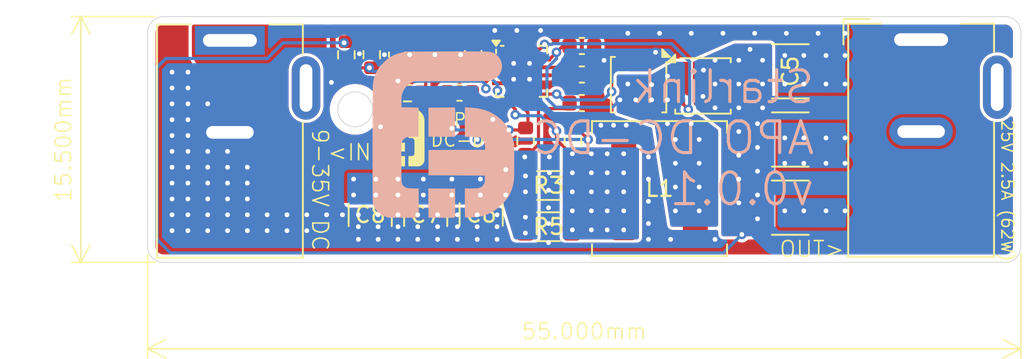
<source format=kicad_pcb>
(kicad_pcb (version 20241229) (generator "pcbnew") (generator_version "9.0")
  (layers (0 "F.Cu" signal) (2 "B.Cu" signal) (13 "F.Paste" user) (15 "B.Paste" user) (5 "F.SilkS" user "F.Silkscreen") (7 "B.SilkS" user "B.Silkscreen") (1 "F.Mask" user) (3 "B.Mask" user) (25 "Edge.Cuts" user))
  (net 0 "")
  (net 1 "GND")
  (net 2 "Net-(U1-BOOT)")
  (net 3 "ISNS+")
  (net 4 "Net-(U1-ISNS–)")
  (net 5 "Net-(Q2-D)")
  (net 6 "Net-(U1-VCC)")
  (net 7 "Net-(U1-COMP)")
  (net 8 "Net-(C12-Pad1)")
  (net 9 "Net-(U1-SS)")
  (net 10 "Net-(Q1-G)")
  (net 11 "Net-(Q2-G)")
  (net 12 "Net-(U1-FB)")
  (net 13 "Net-(U1-RT{slash}CLK)")
  (net 16 "Net-(C1-Pad1)")
  (net 17 "Net-(Q1-D)")
  (net 18 "Net-(U1-VIN)")
  (footprint "kicad:ae_3-5mm" (layer "F.Cu") (at 117.1 74.4)
    (property "Reference" "G***" (hide yes))
    (property "Value" "LOGO" (hide yes))
  )
  (footprint "Connector_BarrelJack:BarrelJack_Wuerth_6941xx301002" (layer "F.Cu") (at 150 68.2)
    (property "Reference" "J2" (hide yes))
    (property "Value" "Barrel_Jack")
    (pad "1" thru_hole rect (at 0 0) (size 4.4 1.8) (drill oval 3.4 0.8) (layers "*.Cu" "*.Mask") (net 17 "Net-(Q1-D)"))
    (pad "2" thru_hole oval (at 0 5.8) (size 4 1.8) (drill oval 3 0.8) (layers "*.Cu" "*.Mask") (net 1 "GND"))
    (pad "3" thru_hole oval (at 4.8 3 90) (size 4 1.8) (drill oval 3 0.8) (layers "*.Cu" "*.Mask"))
  )
  (footprint "Resistor_SMD:R_1206_3216Metric" (layer "F.Cu") (at 126.5 77.4 180)
    (property "Reference" "R3" (at 0 0 0) (layer "F.SilkS"))
    (property "Value" "8mR")
    (pad "1" smd roundrect (at -1.4625 0 180) (size 1.125 1.75) (layers "F.Cu" "F.Mask" "F.Paste") (roundrect_rratio 0.222222) (net 4 "Net-(U1-ISNS–)"))
    (pad "2" smd roundrect (at 1.4625 0 180) (size 1.125 1.75) (layers "F.Cu" "F.Mask" "F.Paste") (roundrect_rratio 0.222222) (net 18 "Net-(U1-VIN)"))
  )
  (footprint "Capacitor_SMD:C_0603_1608Metric" (layer "F.Cu") (at 128.6 70.4)
    (property "Reference" "C10" (hide yes))
    (property "Value" "10uF")
    (pad "1" smd roundrect (at -0.775 0) (size 0.9 0.95) (layers "F.Cu" "F.Mask" "F.Paste") (net 6 "Net-(U1-VCC)"))
    (pad "2" smd roundrect (at 0.775 0) (size 0.9 0.95) (layers "F.Cu" "F.Mask" "F.Paste") (net 1 "GND"))
  )
  (footprint "Package_SON:VSON-8_3.3x3.3mm_P0.65mm_NexFET" (layer "F.Cu") (at 136.24 71.110001)
    (property "Reference" "Q1" (hide yes))
    (property "Value" "CSD16327Q3")
    (pad "1" smd roundrect (at -1.44 -0.97) (size 0.63 0.5) (layers "F.Cu" "F.Mask" "F.Paste") (net 5 "Net-(Q2-D)"))
    (pad "2" smd roundrect (at -1.44 -0.33) (size 0.63 0.5) (layers "F.Cu" "F.Mask" "F.Paste") (net 5 "Net-(Q2-D)"))
    (pad "3" smd roundrect (at -1.44 0.33) (size 0.63 0.5) (layers "F.Cu" "F.Mask" "F.Paste") (net 5 "Net-(Q2-D)"))
    (pad "4" smd roundrect (at -1.44 0.97) (size 0.63 0.5) (layers "F.Cu" "F.Mask" "F.Paste") (net 10 "Net-(Q1-G)"))
    (pad "5" smd custom (at 0.385 0) (size 1.9 2.45) (layers "F.Cu" "F.Mask") (net 17 "Net-(Q1-D)") (options (clearance outline) (anchor rect)) (primitives (gr_poly (pts (xy 1.371 -0.72) (xy 0.95 -0.72) (xy 0.95 -0.58) (xy 1.37 -0.58) (xy 1.37 -0.08) (xy 0.95 -0.08) (xy 0.95 0.08) (xy 1.37 0.08) (xy 1.37 0.58) (xy 0.95 0.58) (xy 0.95 0.72) (xy 1.37 0.72) (xy 1.37 1.225) (xy -0.95 1.225) (xy -0.95 -1.225) (xy 1.371 -1.225)) (width 0) (fill yes))))
  )
  (footprint "Capacitor_SMD:C_0603_1608Metric" (layer "F.Cu") (at 120.883506 71.54835 180)
    (property "Reference" "C1" (hide yes))
    (property "Value" "100pF")
    (pad "1" smd roundrect (at -0.775 0 180) (size 0.9 0.95) (layers "F.Cu" "F.Mask" "F.Paste") (net 16 "Net-(C1-Pad1)"))
    (pad "2" smd roundrect (at 0.775 0 180) (size 0.9 0.95) (layers "F.Cu" "F.Mask" "F.Paste") (net 3 "ISNS+"))
  )
  (footprint "Package_SON:VSON-8_3.3x3.3mm_P0.65mm_NexFET" (layer "F.Cu") (at 132.189999 71.04 -90)
    (property "Reference" "Q2" (hide yes))
    (property "Value" "CSD16327Q3")
    (pad "1" smd roundrect (at -1.44 -0.97 270) (size 0.63 0.5) (layers "F.Cu" "F.Mask" "F.Paste") (net 1 "GND"))
    (pad "2" smd roundrect (at -1.44 -0.33 270) (size 0.63 0.5) (layers "F.Cu" "F.Mask" "F.Paste") (net 1 "GND"))
    (pad "3" smd roundrect (at -1.44 0.33 270) (size 0.63 0.5) (layers "F.Cu" "F.Mask" "F.Paste") (net 1 "GND"))
    (pad "4" smd roundrect (at -1.44 0.97 270) (size 0.63 0.5) (layers "F.Cu" "F.Mask" "F.Paste") (net 11 "Net-(Q2-G)"))
    (pad "5" smd custom (at 0.385 0 270) (size 1.9 2.45) (layers "F.Cu" "F.Mask") (net 5 "Net-(Q2-D)") (options (clearance outline) (anchor rect)) (primitives (gr_poly (pts (xy 1.371 -0.72) (xy 0.95 -0.72) (xy 0.95 -0.58) (xy 1.37 -0.58) (xy 1.37 -0.08) (xy 0.95 -0.08) (xy 0.95 0.08) (xy 1.37 0.08) (xy 1.37 0.58) (xy 0.95 0.58) (xy 0.95 0.72) (xy 1.37 0.72) (xy 1.37 1.225) (xy -0.95 1.225) (xy -0.95 -1.225) (xy 1.371 -1.225)) (width 0) (fill yes))))
  )
  (footprint "Capacitor_SMD:C_0603_1608Metric" (layer "F.Cu") (at 128.6 68.6)
    (property "Reference" "C2" (hide yes))
    (property "Value" "100nF")
    (pad "1" smd roundrect (at -0.775 0) (size 0.9 0.95) (layers "F.Cu" "F.Mask" "F.Paste") (net 5 "Net-(Q2-D)"))
    (pad "2" smd roundrect (at 0.775 0) (size 0.9 0.95) (layers "F.Cu" "F.Mask" "F.Paste") (net 2 "Net-(U1-BOOT)"))
  )
  (footprint "Capacitor_SMD:C_0603_1608Metric" (layer "F.Cu") (at 128.6 72.2)
    (property "Reference" "C9" (hide yes))
    (property "Value" "100nF")
    (pad "1" smd roundrect (at -0.775 0) (size 0.9 0.95) (layers "F.Cu" "F.Mask" "F.Paste") (net 18 "Net-(U1-VIN)"))
    (pad "2" smd roundrect (at 0.775 0) (size 0.9 0.95) (layers "F.Cu" "F.Mask" "F.Paste") (net 1 "GND"))
  )
  (footprint "Capacitor_SMD:C_0603_1608Metric" (layer "F.Cu") (at 116.94516 69.15 90)
    (property "Reference" "C11" (hide yes))
    (property "Value" "270pF")
    (pad "1" smd roundrect (at -0.775 0 90) (size 0.9 0.95) (layers "F.Cu" "F.Mask" "F.Paste") (net 7 "Net-(U1-COMP)"))
    (pad "2" smd roundrect (at 0.775 0 90) (size 0.9 0.95) (layers "F.Cu" "F.Mask" "F.Paste") (net 1 "GND"))
  )
  (footprint "Inductor_SMD:L_Coilcraft_XAL7030-472" (layer "F.Cu") (at 133.5 77.6)
    (property "Reference" "L1" (at 0 0 0) (layer "F.SilkS"))
    (property "Value" "4.7uH")
    (pad "1" smd roundrect (at -2.26 0) (size 1.58 6.5) (layers "F.Cu" "F.Mask" "F.Paste") (roundrect_rratio 0.158228) (net 4 "Net-(U1-ISNS–)"))
    (pad "2" smd roundrect (at 2.26 0) (size 1.58 6.5) (layers "F.Cu" "F.Mask" "F.Paste") (roundrect_rratio 0.158228) (net 5 "Net-(Q2-D)"))
  )
  (footprint "Capacitor_SMD:C_1812_4532Metric" (layer "F.Cu") (at 141.75 78.8)
    (property "Reference" "C4" (hide yes))
    (property "Value" "22uF 50V")
    (pad "1" smd roundrect (at -2.05 0) (size 1.4 3.4) (layers "F.Cu" "F.Mask" "F.Paste") (roundrect_rratio 0.178571) (net 17 "Net-(Q1-D)"))
    (pad "2" smd roundrect (at 2.05 0) (size 1.4 3.4) (layers "F.Cu" "F.Mask" "F.Paste") (roundrect_rratio 0.178571) (net 1 "GND"))
  )
  (footprint "Capacitor_SMD:C_1812_4532Metric" (layer "F.Cu") (at 141.75 70.2)
    (property "Reference" "C5" (at 0 0 90) (layer "F.SilkS"))
    (property "Value" "22uF 50V")
    (pad "1" smd roundrect (at -2.05 0) (size 1.4 3.4) (layers "F.Cu" "F.Mask" "F.Paste") (roundrect_rratio 0.178571) (net 17 "Net-(Q1-D)"))
    (pad "2" smd roundrect (at 2.05 0) (size 1.4 3.4) (layers "F.Cu" "F.Mask" "F.Paste") (roundrect_rratio 0.178571) (net 1 "GND"))
  )
  (footprint "Package_DFN_QFN:WQFN-16-1EP_3x3mm_P0.5mm_EP1.6x1.6mm_ThermalVias" (layer "F.Cu") (at 124.8 70.2)
    (property "Reference" "U1" (hide yes))
    (property "Value" "TPS43061RTE")
    (pad "1" smd roundrect (at -1.4375 -0.75) (size 0.875 0.25) (layers "F.Cu" "F.Mask" "F.Paste") (net 13 "Net-(U1-RT{slash}CLK)"))
    (pad "2" smd roundrect (at -1.4375 -0.25) (size 0.875 0.25) (layers "F.Cu" "F.Mask" "F.Paste") (net 9 "Net-(U1-SS)"))
    (pad "3" smd roundrect (at -1.4375 0.25) (size 0.875 0.25) (layers "F.Cu" "F.Mask" "F.Paste") (net 7 "Net-(U1-COMP)"))
    (pad "4" smd roundrect (at -1.4375 0.75) (size 0.875 0.25) (layers "F.Cu" "F.Mask" "F.Paste") (net 12 "Net-(U1-FB)"))
    (pad "5" smd roundrect (at -0.75 1.4375) (size 0.25 0.875) (layers "F.Cu" "F.Mask" "F.Paste") (net 4 "Net-(U1-ISNS–)"))
    (pad "6" smd roundrect (at -0.25 1.4375) (size 0.25 0.875) (layers "F.Cu" "F.Mask" "F.Paste") (net 3 "ISNS+"))
    (pad "7" smd roundrect (at 0.25 1.4375) (size 0.25 0.875) (layers "F.Cu" "F.Mask" "F.Paste") (net 18 "Net-(U1-VIN)"))
    (pad "8" smd roundrect (at 0.75 1.4375) (size 0.25 0.875) (layers "F.Cu" "F.Mask" "F.Paste") (net 11 "Net-(Q2-G)"))
    (pad "9" smd roundrect (at 1.4375 0.75) (size 0.875 0.25) (layers "F.Cu" "F.Mask" "F.Paste") (net 1 "GND"))
    (pad "10" smd roundrect (at 1.4375 0.25) (size 0.875 0.25) (layers "F.Cu" "F.Mask" "F.Paste") (net 6 "Net-(U1-VCC)"))
    (pad "11" smd roundrect (at 1.4375 -0.25) (size 0.875 0.25) (layers "F.Cu" "F.Mask" "F.Paste") (net 2 "Net-(U1-BOOT)"))
    (pad "12" smd roundrect (at 1.4375 -0.75) (size 0.875 0.25) (layers "F.Cu" "F.Mask" "F.Paste") (net 5 "Net-(Q2-D)"))
    (pad "13" smd roundrect (at 0.75 -1.4375) (size 0.25 0.875) (layers "F.Cu" "F.Mask" "F.Paste") (net 10 "Net-(Q1-G)"))
    (pad "14" smd roundrect (at 0.25 -1.4375) (size 0.25 0.875) (layers "F.Cu" "F.Mask" "F.Paste"))
    (pad "15" smd roundrect (at -0.25 -1.4375) (size 0.25 0.875) (layers "F.Cu" "F.Mask" "F.Paste"))
    (pad "16" smd roundrect (at -0.75 -1.4375) (size 0.25 0.875) (layers "F.Cu" "F.Mask" "F.Paste") (net 1 "GND"))
    (pad "17" thru_hole circle (at -0.5 -0.5) (size 0.6 0.6) (drill 0.3) (property pad_prop_heatsink) (layers "*.Cu") (net 1 "GND"))
    (pad "17" thru_hole circle (at -0.5 0.5) (size 0.6 0.6) (drill 0.3) (property pad_prop_heatsink) (layers "*.Cu") (net 1 "GND"))
    (pad "17" smd rect (at 0 0) (size 1.6 1.6) (property pad_prop_heatsink) (layers "F.Cu" "F.Mask") (net 1 "GND"))
    (pad "17" smd rect (at 0 0) (size 1.6 1.6) (property pad_prop_heatsink) (layers "B.Cu") (net 1 "GND"))
    (pad "17" thru_hole circle (at 0.5 -0.5) (size 0.6 0.6) (drill 0.3) (property pad_prop_heatsink) (layers "*.Cu") (net 1 "GND"))
    (pad "17" thru_hole circle (at 0.5 0.5) (size 0.6 0.6) (drill 0.3) (property pad_prop_heatsink) (layers "*.Cu") (net 1 "GND"))
  )
  (footprint "Resistor_SMD:R_0603_1608Metric" (layer "F.Cu") (at 121.74516 69.15 90)
    (property "Reference" "R8" (hide yes))
    (property "Value" "105kR")
    (pad "1" smd roundrect (at -0.825 0 90) (size 0.8 0.95) (layers "F.Cu" "F.Mask" "F.Paste") (net 13 "Net-(U1-RT{slash}CLK)"))
    (pad "2" smd roundrect (at 0.825 0 90) (size 0.8 0.95) (layers "F.Cu" "F.Mask" "F.Paste") (net 1 "GND"))
  )
  (footprint "Resistor_SMD:R_0603_1608Metric" (layer "F.Cu") (at 113.74516 69.155266 -90)
    (property "Reference" "R4" (hide yes))
    (property "Value" "205kR")
    (pad "1" smd roundrect (at -0.825 0 270) (size 0.8 0.95) (layers "F.Cu" "F.Mask" "F.Paste") (net 17 "Net-(Q1-D)"))
    (pad "2" smd roundrect (at 0.825 0 270) (size 0.8 0.95) (layers "F.Cu" "F.Mask" "F.Paste") (net 12 "Net-(U1-FB)"))
  )
  (footprint "Connector_BarrelJack:BarrelJack_Wuerth_6941xx301002" (layer "F.Cu") (at 106.4 68.25)
    (property "Reference" "J1" (hide yes))
    (property "Value" "Barrel_Jack")
    (pad "1" thru_hole rect (at 0 0) (size 4.4 1.8) (drill oval 3.4 0.8) (layers "*.Cu" "*.Mask") (net 18 "Net-(U1-VIN)"))
    (pad "2" thru_hole oval (at 0 5.8) (size 4 1.8) (drill oval 3 0.8) (layers "*.Cu" "*.Mask") (net 1 "GND"))
    (pad "3" thru_hole oval (at 4.8 3 90) (size 4 1.8) (drill oval 3 0.8) (layers "*.Cu" "*.Mask"))
  )
  (footprint "Capacitor_SMD:C_0603_1608Metric" (layer "F.Cu") (at 118.54516 69.15 90)
    (property "Reference" "C12" (hide yes))
    (property "Value" "2.2nF")
    (pad "1" smd roundrect (at -0.775 0 90) (size 0.9 0.95) (layers "F.Cu" "F.Mask" "F.Paste") (net 8 "Net-(C12-Pad1)"))
    (pad "2" smd roundrect (at 0.775 0 90) (size 0.9 0.95) (layers "F.Cu" "F.Mask" "F.Paste") (net 1 "GND"))
  )
  (footprint "Capacitor_SMD:C_0603_1608Metric" (layer "F.Cu") (at 120.14516 69.15 90)
    (property "Reference" "C13" (hide yes))
    (property "Value" "4.7nF")
    (pad "1" smd roundrect (at -0.775 0 90) (size 0.9 0.95) (layers "F.Cu" "F.Mask" "F.Paste") (net 9 "Net-(U1-SS)"))
    (pad "2" smd roundrect (at 0.775 0 90) (size 0.9 0.95) (layers "F.Cu" "F.Mask" "F.Paste") (net 1 "GND"))
  )
  (footprint "Resistor_SMD:R_0603_1608Metric" (layer "F.Cu") (at 125.05 74.6 -90)
    (property "Reference" "R1" (hide yes))
    (property "Value" "100R")
    (pad "1" smd roundrect (at -0.825 0 270) (size 0.8 0.95) (layers "F.Cu" "F.Mask" "F.Paste") (net 3 "ISNS+"))
    (pad "2" smd roundrect (at 0.825 0 270) (size 0.8 0.95) (layers "F.Cu" "F.Mask" "F.Paste") (net 18 "Net-(U1-VIN)"))
  )
  (footprint "Capacitor_SMD:C_1812_4532Metric" (layer "F.Cu") (at 141.75 74.5)
    (property "Reference" "C3" (hide yes))
    (property "Value" "22uF 50V")
    (pad "1" smd roundrect (at -2.05 0) (size 1.4 3.4) (layers "F.Cu" "F.Mask" "F.Paste") (roundrect_rratio 0.178571) (net 17 "Net-(Q1-D)"))
    (pad "2" smd roundrect (at 2.05 0) (size 1.4 3.4) (layers "F.Cu" "F.Mask" "F.Paste") (roundrect_rratio 0.178571) (net 1 "GND"))
  )
  (footprint "Resistor_SMD:R_0603_1608Metric" (layer "F.Cu") (at 117.6 71.572508)
    (property "Reference" "R7" (hide yes))
    (property "Value" "6.19kR")
    (pad "1" smd roundrect (at -0.825 0) (size 0.8 0.95) (layers "F.Cu" "F.Mask" "F.Paste") (net 7 "Net-(U1-COMP)"))
    (pad "2" smd roundrect (at 0.825 0) (size 0.8 0.95) (layers "F.Cu" "F.Mask" "F.Paste") (net 8 "Net-(C12-Pad1)"))
  )
  (footprint "Capacitor_SMD:C_1210_3225Metric" (layer "F.Cu") (at 115.25 79.25 -90)
    (property "Reference" "C8" (at 0 0 180) (layer "F.SilkS"))
    (property "Value" "10uF")
    (pad "1" smd roundrect (at -1.475001 0 270) (size 1.15 2.7) (layers "F.Cu" "F.Mask" "F.Paste") (roundrect_rratio 0.217391) (net 18 "Net-(U1-VIN)"))
    (pad "2" smd roundrect (at 1.475001 0 270) (size 1.15 2.7) (layers "F.Cu" "F.Mask" "F.Paste") (roundrect_rratio 0.217391) (net 1 "GND"))
  )
  (footprint "Capacitor_SMD:C_1210_3225Metric" (layer "F.Cu") (at 122.25 79.225001 -90)
    (property "Reference" "C6" (at 0 0 180) (layer "F.SilkS"))
    (property "Value" "10uF")
    (pad "1" smd roundrect (at -1.475001 0 270) (size 1.15 2.7) (layers "F.Cu" "F.Mask" "F.Paste") (roundrect_rratio 0.217391) (net 18 "Net-(U1-VIN)"))
    (pad "2" smd roundrect (at 1.475001 0 270) (size 1.15 2.7) (layers "F.Cu" "F.Mask" "F.Paste") (roundrect_rratio 0.217391) (net 1 "GND"))
  )
  (footprint "Resistor_SMD:R_0603_1608Metric" (layer "F.Cu") (at 128.035755 74.6 -90)
    (property "Reference" "R2" (hide yes))
    (property "Value" "100R")
    (pad "1" smd roundrect (at -0.825 0 270) (size 0.8 0.95) (layers "F.Cu" "F.Mask" "F.Paste") (net 16 "Net-(C1-Pad1)"))
    (pad "2" smd roundrect (at 0.825 0 270) (size 0.8 0.95) (layers "F.Cu" "F.Mask" "F.Paste") (net 4 "Net-(U1-ISNS–)"))
  )
  (footprint "Resistor_SMD:R_1206_3216Metric" (layer "F.Cu") (at 126.5 80 180)
    (property "Reference" "R5" (at 0 0 0) (layer "F.SilkS"))
    (property "Value" "8mR")
    (pad "1" smd roundrect (at -1.4625 0 180) (size 1.125 1.75) (layers "F.Cu" "F.Mask" "F.Paste") (roundrect_rratio 0.222222) (net 4 "Net-(U1-ISNS–)"))
    (pad "2" smd roundrect (at 1.4625 0 180) (size 1.125 1.75) (layers "F.Cu" "F.Mask" "F.Paste") (roundrect_rratio 0.222222) (net 18 "Net-(U1-VIN)"))
  )
  (footprint "Capacitor_SMD:C_1210_3225Metric" (layer "F.Cu") (at 118.75 79.25 -90)
    (property "Reference" "C7" (at 0 0 180) (layer "F.SilkS"))
    (property "Value" "10uF")
    (pad "1" smd roundrect (at -1.475001 0 270) (size 1.15 2.7) (layers "F.Cu" "F.Mask" "F.Paste") (roundrect_rratio 0.217391) (net 18 "Net-(U1-VIN)"))
    (pad "2" smd roundrect (at 1.475001 0 270) (size 1.15 2.7) (layers "F.Cu" "F.Mask" "F.Paste") (roundrect_rratio 0.217391) (net 1 "GND"))
  )
  (footprint "Resistor_SMD:R_0603_1608Metric" (layer "F.Cu") (at 115.34516 69.15 90)
    (property "Reference" "R6" (hide yes))
    (property "Value" "11kR")
    (pad "1" smd roundrect (at -0.825 0 90) (size 0.8 0.95) (layers "F.Cu" "F.Mask" "F.Paste") (net 12 "Net-(U1-FB)"))
    (pad "2" smd roundrect (at 0.825 0 90) (size 0.8 0.95) (layers "F.Cu" "F.Mask" "F.Paste") (net 1 "GND"))
  )
  (footprint "kicad:ae_10mm" (layer "B.Cu") (at 119.905497 74.309832 180)
    (property "Reference" "G***" (hide yes))
    (property "Value" "LOGO" (hide yes))
  )
  (gr_line (start 156.292437 81.250054) (end 156.292437 67.750054) (stroke (width 0.05)) (layer "Edge.Cuts"))
  (gr_arc (start 155.292437 66.750054) (mid 155.999544 67.042947) (end 156.292437 67.750054) (stroke (width 0.05)) (layer "Edge.Cuts"))
  (gr_arc (start 156.292437 81.250054) (mid 155.999544 81.957161) (end 155.292437 82.250054) (stroke (width 0.05)) (layer "Edge.Cuts"))
  (gr_arc (start 101.208846 67.75) (mid 101.501739 67.042893) (end 102.208846 66.75) (stroke (width 0.05)) (layer "Edge.Cuts"))
  (gr_line (start 101.207107 81.250156) (end 101.208846 67.75) (stroke (width 0.05)) (layer "Edge.Cuts"))
  (gr_arc (start 102.207107 82.250156) (mid 101.5 81.957263) (end 101.207107 81.250156) (stroke (width 0.05)) (layer "Edge.Cuts"))
  (gr_line (start 155.2924 66.750054) (end 102.208846 66.75) (stroke (width 0.05)) (layer "Edge.Cuts"))
  (gr_circle (center 114.3 72.6) (end 115.4 72.6) (stroke (width 0.05)) (fill no) (layer "Edge.Cuts"))
  (gr_line (start 102.207107 82.250156) (end 155.292437 82.25) (stroke (width 0.05)) (layer "Edge.Cuts"))
  (gr_text "SAPO\nDC-DC\nv0.0.1" (at 119 76.3 0) (layer "F.SilkS") (effects (font (size 0.8 0.8) (thickness 0.1)) (justify left bottom)))
  (gr_text "OUT>" (at 141 82 0) (layer "F.SilkS") (effects (font (size 1 1) (thickness 0.1)) (justify left bottom)))
  (gr_text "9-35V DC" (at 111.5 73.75 270) (layer "F.SilkS") (effects (font (size 1 1) (thickness 0.1)) (justify left bottom)))
  (gr_text "25V 2.5A (62W)" (at 155 73.2 270) (layer "F.SilkS") (effects (font (size 0.75 0.75) (thickness 0.1)) (justify left bottom)))
  (gr_text "<IN" (at 112.5 75.9 0) (layer "F.SilkS") (effects (font (size 1 1) (thickness 0.1)) (justify left bottom)))
  (gr_text "Starlink\nAPO DC-DC\nv0.0.1" (at 143.4 78.8 0) (layer "B.SilkS") (effects (font (size 2 2) (thickness 0.2)) (justify left bottom mirror)))
  (dimension (type orthogonal) (layer "F.SilkS") (pts (xy 102.208846 66.750047) (xy 102.207107 82.250156)) (height -5.208846) (orientation 1) (format (prefix "") (suffix "") (units 3) (units_format 0) (precision 4) (override_value "15.500mm") (suppress_zeroes yes)) (style (thickness 0.1) (arrow_length 1.27) (text_position_mode 0) (arrow_direction outward) (extension_height 0.58642) (extension_offset 0.5) (keep_text_aligned yes)) (gr_text "15.500mm" (at 95.9 74.500102 90) (layer "F.SilkS") (effects (font (size 1 1) (thickness 0.1)))))
  (dimension (type orthogonal) (layer "F.SilkS") (pts (xy 101.207107 81.250156) (xy 156.292437 81.250054)) (height 6.449844) (orientation 0) (format (prefix "") (suffix "") (units 3) (units_format 0) (precision 4) (override_value "55.000mm") (suppress_zeroes yes)) (style (thickness 0.1) (arrow_length 1.27) (text_position_mode 0) (arrow_direction outward) (extension_height 0.58642) (extension_offset 0.5) (keep_text_aligned yes)) (gr_text "55.000mm" (at 128.749772 86.6 0) (layer "F.SilkS") (effects (font (size 1 1) (thickness 0.1)))))
  (via (at 103.75 77.25) (size 0.6) (drill 0.3) (layers "F.Cu" "B.Cu") (net 1))
  (via (at 102.75 80.25) (size 0.6) (drill 0.3) (layers "F.Cu" "B.Cu") (net 1))
  (via (at 102.75 75.25) (size 0.6) (drill 0.3) (layers "F.Cu" "B.Cu") (net 1))
  (via (at 114.5 79.25) (size 0.6) (drill 0.3) (layers "F.Cu" "B.Cu") (net 1))
  (via (at 112.5 79.25) (size 0.6) (drill 0.3) (layers "F.Cu" "B.Cu") (net 1))
  (via (at 145.2 76) (size 0.6) (drill 0.3) (layers "F.Cu" "B.Cu") (net 1))
  (via (at 119.5 79.25) (size 0.6) (drill 0.3) (layers "F.Cu" "B.Cu") (net 1))
  (via (at 114.5 80.8) (size 0.6) (drill 0.3) (layers "F.Cu" "B.Cu") (net 1))
  (via (at 142.6 69.2) (size 0.6) (drill 0.3) (layers "F.Cu" "B.Cu") (net 1))
  (via (at 144 79) (size 0.6) (drill 0.3) (layers "F.Cu" "B.Cu") (net 1))
  (via (at 103.75 72.25) (size 0.6) (drill 0.3) (layers "F.Cu" "B.Cu") (net 1))
  (via (at 102.75 79.25) (size 0.6) (drill 0.3) (layers "F.Cu" "B.Cu") (net 1))
  (via (at 105 77.25) (size 0.6) (drill 0.3) (layers "F.Cu" "B.Cu") (net 1))
  (via (at 117 80.8) (size 0.6) (drill 0.3) (layers "F.Cu" "B.Cu") (net 1))
  (via (at 137 80.8) (size 0.6) (drill 0.3) (layers "F.Cu" "B.Cu") (net 1))
  (via (at 103.75 79.25) (size 0.6) (drill 0.3) (layers "F.Cu" "B.Cu") (net 1))
  (via (at 130.001478 69.509109) (size 0.6) (drill 0.3) (layers "F.Cu" "B.Cu") (net 1))
  (via (at 126.552242 76.6) (size 0.6) (drill 0.3) (layers "F.Cu" "B.Cu") (net 1))
  (via (at 122.983846 73.239216) (size 0.6) (drill 0.3) (layers "F.Cu" "B.Cu") (net 1))
  (via (at 133.25 69) (size 0.6) (drill 0.3) (layers "F.Cu" "B.Cu") (net 1))
  (via (at 114.568992 69.090857) (size 0.6) (drill 0.3) (layers "F.Cu" "B.Cu") (net 1))
  (via (at 126 67.622163) (size 0.6) (drill 0.3) (layers "F.Cu" "B.Cu") (net 1))
  (via (at 103.75 73.25) (size 0.6) (drill 0.3) (layers "F.Cu" "B.Cu") (net 1))
  (via (at 102.75 73.25) (size 0.6) (drill 0.3) (layers "F.Cu" "B.Cu") (net 1))
  (via (at 105 75.25) (size 0.6) (drill 0.3) (layers "F.Cu" "B.Cu") (net 1))
  (via (at 137.5 67.8) (size 0.6) (drill 0.3) (layers "F.Cu" "B.Cu") (net 1))
  (via (at 103.75 78.25) (size 0.6) (drill 0.3) (layers "F.Cu" "B.Cu") (net 1))
  (via (at 117 79.25) (size 0.6) (drill 0.3) (layers "F.Cu" "B.Cu") (net 1))
  (via (at 143.5 67.8) (size 0.6) (drill 0.3) (layers "F.Cu" "B.Cu") (net 1))
  (via (at 145.2 71) (size 0.6) (drill 0.3) (layers "F.Cu" "B.Cu") (net 1))
  (via (at 105 72.25) (size 0.6) (drill 0.3) (layers "F.Cu" "B.Cu") (net 1))
  (via (at 107.5 77.25) (size 0.6) (drill 0.3) (layers "F.Cu" "B.Cu") (net 1))
  (via (at 134.2 80.8) (size 0.6) (drill 0.3) (layers "F.Cu" "B.Cu") (net 1))
  (via (at 117.737651 69.15) (size 0.6) (drill 0.3) (layers "F.Cu" "B.Cu") (net 1))
  (via (at 126.5 79.8) (size 0.6) (drill 0.3) (layers "F.Cu" "B.Cu") (net 1))
  (via (at 103.75 71.25) (size 0.6) (drill 0.3) (layers "F.Cu" "B.Cu") (net 1))
  (via (at 105 78.25) (size 0.6) (drill 0.3) (layers "F.Cu" "B.Cu") (net 1))
  (via (at 130.6 73.6) (size 0.6) (drill 0.3) (layers "F.Cu" "B.Cu") (net 1))
  (via (at 144 69.2) (size 0.6) (drill 0.3) (layers "F.Cu" "B.Cu") (net 1))
  (via (at 141.4 76) (size 0.6) (drill 0.3) (layers "F.Cu" "B.Cu") (net 1))
  (via (at 141.4 71) (size 0.6) (drill 0.3) (layers "F.Cu" "B.Cu") (net 1))
  (via (at 142.6 79) (size 0.6) (drill 0.3) (layers "F.Cu" "B.Cu") (net 1))
  (via (at 122 80) (size 0.6) (drill 0.3) (layers "F.Cu" "B.Cu") (net 1))
  (via (at 123.10565 67.622163) (size 0.6) (drill 0.3) (layers "F.Cu" "B.Cu") (net 1))
  (via (at 123.25 80) (size 0.6) (drill 0.3) (layers "F.Cu" "B.Cu") (net 1))
  (via (at 115.75 79.25) (size 0.6) (drill 0.3) (layers "F.Cu" "B.Cu") (net 1))
  (via (at 106.25 78.25) (size 0.6) (drill 0.3) (layers "F.Cu" "B.Cu") (net 1))
  (via (at 105 76.25) (size 0.6) (drill 0.3) (layers "F.Cu" "B.Cu") (net 1))
  (via (at 110 80.25) (size 0.6) (drill 0.3) (layers "F.Cu" "B.Cu") (net 1))
  (via (at 142.6 74.4) (size 0.6) (drill 0.3) (layers "F.Cu" "B.Cu") (net 1))
  (via (at 119.5 80) (size 0.6) (drill 0.3) (layers "F.Cu" "B.Cu") (net 1))
  (via (at 145.2 74.4) (size 0.6) (drill 0.3) (layers "F.Cu" "B.Cu") (net 1))
  (via (at 116.147643 69.15) (size 0.6) (drill 0.3) (layers "F.Cu" "B.Cu") (net 1))
  (via (at 133.5 67.8) (size 0.6) (drill 0.3) (layers "F.Cu" "B.Cu") (net 1))
  (via (at 106.25 75.25) (size 0.6) (drill 0.3) (layers "F.Cu" "B.Cu") (net 1))
  (via (at 131.5 67.8) (size 0.6) (drill 0.3) (layers "F.Cu" "B.Cu") (net 1))
  (via (at 106.25 80.25) (size 0.6) (drill 0.3) (layers "F.Cu" "B.Cu") (net 1))
  (via (at 141.4 79) (size 0.6) (drill 0.3) (layers "F.Cu" "B.Cu") (net 1))
  (via (at 122 79.25) (size 0.6) (drill 0.3) (layers "F.Cu" "B.Cu") (net 1))
  (via (at 102.75 77.25) (size 0.6) (drill 0.3) (layers "F.Cu" "B.Cu") (net 1))
  (via (at 115.9 73.7) (size 0.6) (drill 0.3) (layers "F.Cu" "B.Cu") (net 1))
  (via (at 113.5 79.25) (size 0.6) (drill 0.3) (layers "F.Cu" "B.Cu") (net 1))
  (via (at 145.2 69.2) (size 0.6) (drill 0.3) (layers "F.Cu" "B.Cu") (net 1))
  (via (at 103.75 75.25) (size 0.6) (drill 0.3) (layers "F.Cu" "B.Cu") (net 1))
  (via (at 114.5 80) (size 0.6) (drill 0.3) (layers "F.Cu" "B.Cu") (net 1))
  (via (at 108.75 79.25) (size 0.6) (drill 0.3) (layers "F.Cu" "B.Cu") (net 1))
  (via (at 106.25 77.25) (size 0.6) (drill 0.3) (layers "F.Cu" "B.Cu") (net 1))
  (via (at 145.2 79) (size 0.6) (drill 0.3) (layers "F.Cu" "B.Cu") (net 1))
  (via (at 105 80.25) (size 0.6) (drill 0.3) (layers "F.Cu" "B.Cu") (net 1))
  (via (at 135.5 67.8) (size 0.6) (drill 0.3) (layers "F.Cu" "B.Cu") (net 1))
  (via (at 126.5 81) (size 0.6) (drill 0.3) (layers "F.Cu" "B.Cu") (net 1))
  (via (at 107.5 79.25) (size 0.6) (drill 0.3) (layers "F.Cu" "B.Cu") (net 1))
  (via (at 119.5 80.8) (size 0.6) (drill 0.3) (layers "F.Cu" "B.Cu") (net 1))
  (via (at 115.75 80.8) (size 0.6) (drill 0.3) (layers "F.Cu" "B.Cu") (net 1))
  (via (at 102.75 71.25) (size 0.6) (drill 0.3) (layers "F.Cu" "B.Cu") (net 1))
  (via (at 112.8 70.9) (size 0.6) (drill 0.3) (layers "F.Cu" "B.Cu") (net 1))
  (via (at 115.75 80) (size 0.6) (drill 0.3) (layers "F.Cu" "B.Cu") (net 1))
  (via (at 144 71) (size 0.6) (drill 0.3) (layers "F.Cu" "B.Cu") (net 1))
  (via (at 126.5 77.7) (size 0.6) (drill 0.3) (layers "F.Cu" "B.Cu") (net 1))
  (via (at 103.75 74.25) (size 0.6) (drill 0.3) (layers "F.Cu" "B.Cu") (net 1))
  (via (at 129.8 73.6) (size 0.6) (drill 0.3) (layers "F.Cu" "B.Cu") (net 1))
  (via (at 120.95174 69.15) (size 0.6) (drill 0.3) (layers "F.Cu" "B.Cu") (net 1))
  (via (at 120.75 79.25) (size 0.6) (drill 0.3) (layers "F.Cu" "B.Cu") (net 1))
  (via (at 123.25 80.8) (size 0.6) (drill 0.3) (layers "F.Cu" "B.Cu") (net 1))
  (via (at 103.75 80.25) (size 0.6) (drill 0.3) (layers "F.Cu" "B.Cu") (net 1))
  (via (at 118.25 80) (size 0.6) (drill 0.3) (layers "F.Cu" "B.Cu") (net 1))
  (via (at 139.5 67.8) (size 0.6) (drill 0.3) (layers "F.Cu" "B.Cu") (net 1))
  (via (at 142.6 76) (size 0.6) (drill 0.3) (layers "F.Cu" "B.Cu") (net 1))
  (via (at 141.5 67.8) (size 0.6) (drill 0.3) (layers "F.Cu" "B.Cu") (net 1))
  (via (at 106.25 76.25) (size 0.6) (drill 0.3) (layers "F.Cu" "B.Cu") (net 1))
  (via (at 120.75 80) (size 0.6) (drill 0.3) (layers "F.Cu" "B.Cu") (net 1))
  (via (at 102.75 74.25) (size 0.6) (drill 0.3) (layers "F.Cu" "B.Cu") (net 1))
  (via (at 105 79.25) (size 0.6) (drill 0.3) (layers "F.Cu" "B.Cu") (net 1))
  (via (at 102.75 78.25) (size 0.6) (drill 0.3) (layers "F.Cu" "B.Cu") (net 1))
  (via (at 111.25 79.25) (size 0.6) (drill 0.3) (layers "F.Cu" "B.Cu") (net 1))
  (via (at 102.75 76.25) (size 0.6) (drill 0.3) (layers "F.Cu" "B.Cu") (net 1))
  (via (at 132.8 79.8) (size 0.6) (drill 0.3) (layers "F.Cu" "B.Cu") (net 1))
  (via (at 103.75 76.25) (size 0.6) (drill 0.3) (layers "F.Cu" "B.Cu") (net 1))
  (via (at 102.75 70.25) (size 0.6) (drill 0.3) (layers "F.Cu" "B.Cu") (net 1))
  (via (at 132.8 77) (size 0.6) (drill 0.3) (layers "F.Cu" "B.Cu") (net 1))
  (via (at 141.4 69.2) (size 0.6) (drill 0.3) (layers "F.Cu" "B.Cu") (net 1))
  (via (at 123.25 79.25) (size 0.6) (drill 0.3) (layers "F.Cu" "B.Cu") (net 1))
  (via (at 107.5 76.25) (size 0.6) (drill 0.3) (layers "F.Cu" "B.Cu") (net 1))
  (via (at 118.25 80.8) (size 0.6) (drill 0.3) (layers "F.Cu" "B.Cu") (net 1))
  (via (at 106.25 79.25) (size 0.6) (drill 0.3) (layers "F.Cu" "B.Cu") (net 1))
  (via (at 102.75 72.25) (size 0.6) (drill 0.3) (layers "F.Cu" "B.Cu") (net 1))
  (via (at 144 74.4) (size 0.6) (drill 0.3) (layers "F.Cu" "B.Cu") (net 1))
  (via (at 132.8 78.4) (size 0.6) (drill 0.3) (layers "F.Cu" "B.Cu") (net 1))
  (via (at 120.75 80.8) (size 0.6) (drill 0.3) (layers "F.Cu" "B.Cu") (net 1))
  (via (at 107.5 78.25) (size 0.6) (drill 0.3) (layers "F.Cu" "B.Cu") (net 1))
  (via (at 141.4 74.4) (size 0.6) (drill 0.3) (layers "F.Cu" "B.Cu") (net 1))
  (via (at 122 80.8) (size 0.6) (drill 0.3) (layers "F.Cu" "B.Cu") (net 1))
  (via (at 132.8 75.6) (size 0.6) (drill 0.3) (layers "F.Cu" "B.Cu") (net 1))
  (via (at 124.5 67.622163) (size 0.6) (drill 0.3) (layers "F.Cu" "B.Cu") (net 1))
  (via (at 132.8 80.8) (size 0.6) (drill 0.3) (layers "F.Cu" "B.Cu") (net 1))
  (via (at 103.75 70.25) (size 0.6) (drill 0.3) (layers "F.Cu" "B.Cu") (net 1))
  (via (at 144 76) (size 0.6) (drill 0.3) (layers "F.Cu" "B.Cu") (net 1))
  (via (at 131.4 73.6) (size 0.6) (drill 0.3) (layers "F.Cu" "B.Cu") (net 1))
  (via (at 118.25 79.25) (size 0.6) (drill 0.3) (layers "F.Cu" "B.Cu") (net 1))
  (via (at 126.552242 75.6) (size 0.6) (drill 0.3) (layers "F.Cu" "B.Cu") (net 1))
  (via (at 126.5 78.8) (size 0.6) (drill 0.3) (layers "F.Cu" "B.Cu") (net 1))
  (via (at 107.5 80.25) (size 0.6) (drill 0.3) (layers "F.Cu" "B.Cu") (net 1))
  (via (at 142.6 71) (size 0.6) (drill 0.3) (layers "F.Cu" "B.Cu") (net 1))
  (via (at 117 80) (size 0.6) (drill 0.3) (layers "F.Cu" "B.Cu") (net 1))
  (via (at 145.2 67.8) (size 0.6) (drill 0.3) (layers "F.Cu" "B.Cu") (net 1))
  (via (at 111.25 80.25) (size 0.6) (drill 0.3) (layers "F.Cu" "B.Cu") (net 1))
  (via (at 108.75 80.25) (size 0.6) (drill 0.3) (layers "F.Cu" "B.Cu") (net 1))
  (via (at 119.32766 69.15) (size 0.6) (drill 0.3) (layers "F.Cu" "B.Cu") (net 1))
  (via (at 110 79.25) (size 0.6) (drill 0.3) (layers "F.Cu" "B.Cu") (net 1))
  (segment (start 127.05 69.95) (end 127.4 69.6) (width 0.2) (layer "F.Cu") (net 2))
  (segment (start 127.4 69.6) (end 128.375 69.6) (width 0.2) (layer "F.Cu") (net 2))
  (segment (start 126.2375 69.95) (end 127.05 69.95) (width 0.2) (layer "F.Cu") (net 2))
  (segment (start 128.375 69.6) (end 129.375 68.6) (width 0.2) (layer "F.Cu") (net 2))
  (segment (start 125.2 73.625) (end 125.2 72.8) (width 0.2) (layer "F.Cu") (net 3))
  (segment (start 120.425 73.775) (end 120.425 71.864844) (width 0.2) (layer "F.Cu") (net 3))
  (segment (start 124 73.9) (end 124.975 73.9) (width 0.2) (layer "F.Cu") (net 3))
  (segment (start 125.2 72.8) (end 124.55 72.15) (width 0.2) (layer "F.Cu") (net 3))
  (segment (start 124.55 72.15) (end 124.55 71.6375) (width 0.2) (layer "F.Cu") (net 3))
  (segment (start 120.4 73.8) (end 120.425 73.775) (width 0.2) (layer "F.Cu") (net 3))
  (via (at 120.4 73.8) (size 0.6) (drill 0.3) (layers "F.Cu" "B.Cu") (net 3))
  (via (at 124 73.9) (size 0.6) (drill 0.3) (layers "F.Cu" "B.Cu") (net 3))
  (segment (start 123.999 73.899) (end 124 73.9) (width 0.2) (layer "B.Cu") (net 3))
  (segment (start 120.501 73.899) (end 123.999 73.899) (width 0.2) (layer "B.Cu") (net 3))
  (segment (start 120.402 73.8) (end 120.501 73.899) (width 0.2) (layer "B.Cu") (net 3))
  (segment (start 120.4 73.8) (end 120.402 73.8) (width 0.2) (layer "B.Cu") (net 3))
  (segment (start 124.05 72.25) (end 124.05 71.6375) (width 0.2) (layer "F.Cu") (net 4))
  (segment (start 124.4 72.6) (end 124.05 72.25) (width 0.2) (layer "F.Cu") (net 4))
  (segment (start 124.4 72.94) (end 124.4 72.6) (width 0.2) (layer "F.Cu") (net 4))
  (segment (start 127 74.5) (end 128 75.5) (width 0.2) (layer "F.Cu") (net 4))
  (segment (start 127 73.96) (end 127 74.5) (width 0.2) (layer "F.Cu") (net 4))
  (via (at 131.24 80.2) (size 0.6) (drill 0.3) (layers "F.Cu" "B.Cu") (net 4))
  (via (at 130.2 80.2) (size 0.6) (drill 0.3) (layers "F.Cu" "B.Cu") (net 4))
  (via (at 124.4 72.94) (size 0.6) (drill 0.3) (layers "F.Cu" "B.Cu") (net 4))
  (via (at 127 73.96) (size 0.6) (drill 0.3) (layers "F.Cu" "B.Cu") (net 4))
  (via (at 131.24 79) (size 0.6) (drill 0.3) (layers "F.Cu" "B.Cu") (net 4))
  (via (at 128 80.2) (size 0.6) (drill 0.3) (layers "F.Cu" "B.Cu") (net 4))
  (via (at 128 75.4) (size 0.6) (drill 0.3) (layers "F.Cu" "B.Cu") (net 4))
  (via (at 129.2 76.6) (size 0.6) (drill 0.3) (layers "F.Cu" "B.Cu") (net 4))
  (via (at 131.24 76.6) (size 0.6) (drill 0.3) (layers "F.Cu" "B.Cu") (net 4))
  (via (at 128 76.6) (size 0.6) (drill 0.3) (layers "F.Cu" "B.Cu") (net 4))
  (via (at 131.24 75.4) (size 0.6) (drill 0.3) (layers "F.Cu" "B.Cu") (net 4))
  (via (at 130.2 76.6) (size 0.6) (drill 0.3) (layers "F.Cu" "B.Cu") (net 4))
  (via (at 129.2 80.2) (size 0.6) (drill 0.3) (layers "F.Cu" "B.Cu") (net 4))
  (via (at 128 77.8) (size 0.6) (drill 0.3) (layers "F.Cu" "B.Cu") (net 4))
  (via (at 130.2 79) (size 0.6) (drill 0.3) (layers "F.Cu" "B.Cu") (net 4))
  (via (at 129.2 79) (size 0.6) (drill 0.3) (layers "F.Cu" "B.Cu") (net 4))
  (via (at 130.2 77.8) (size 0.6) (drill 0.3) (layers "F.Cu" "B.Cu") (net 4))
  (via (at 131.24 77.8) (size 0.6) (drill 0.3) (layers "F.Cu" "B.Cu") (net 4))
  (via (at 129.2 77.8) (size 0.6) (drill 0.3) (layers "F.Cu" "B.Cu") (net 4))
  (via (at 128 79) (size 0.6) (drill 0.3) (layers "F.Cu" "B.Cu") (net 4))
  (via (at 130.2 75.4) (size 0.6) (drill 0.3) (layers "F.Cu" "B.Cu") (net 4))
  (via (at 129.2 75.4) (size 0.6) (drill 0.3) (layers "F.Cu" "B.Cu") (net 4))
  (segment (start 126.963755 73.96) (end 127 73.96) (width 0.2) (layer "B.Cu") (net 4))
  (segment (start 124.4 72.94) (end 124.681838 72.94) (width 0.2) (layer "B.Cu") (net 4))
  (segment (start 124.741838 73) (end 126.003755 73) (width 0.2) (layer "B.Cu") (net 4))
  (segment (start 126.003755 73) (end 126.963755 73.96) (width 0.2) (layer "B.Cu") (net 4))
  (segment (start 124.681838 72.94) (end 124.741838 73) (width 0.2) (layer "B.Cu") (net 4))
  (segment (start 127.4 68.6) (end 127.825 68.6) (width 0.2) (layer "F.Cu") (net 5))
  (segment (start 126.55 69.45) (end 127.4 68.6) (width 0.2) (layer "F.Cu") (net 5))
  (segment (start 126.2375 69.45) (end 126.55 69.45) (width 0.2) (layer "F.Cu") (net 5))
  (via (at 134 70.5) (size 0.6) (drill 0.3) (layers "F.Cu" "B.Cu") (net 5))
  (via (at 133 71.04) (size 0.6) (drill 0.3) (layers "F.Cu" "B.Cu") (net 5))
  (via (at 131.5 71) (size 0.6) (drill 0.3) (layers "F.Cu" "B.Cu") (net 5))
  (via (at 134 73.5) (size 0.6) (drill 0.3) (layers "F.Cu" "B.Cu") (net 5))
  (via (at 134.5 76) (size 0.6) (drill 0.3) (layers "F.Cu" "B.Cu") (net 5))
  (via (at 134.5 77.5) (size 0.6) (drill 0.3) (layers "F.Cu" "B.Cu") (net 5))
  (via (at 132 72) (size 0.6) (drill 0.3) (layers "F.Cu" "B.Cu") (net 5))
  (via (at 136 77.5) (size 0.6) (drill 0.3) (layers "F.Cu" "B.Cu") (net 5))
  (via (at 136 79) (size 0.6) (drill 0.3) (layers "F.Cu" "B.Cu") (net 5))
  (via (at 134 72) (size 0.6) (drill 0.3) (layers "F.Cu" "B.Cu") (net 5))
  (via (at 136 74.5) (size 0.6) (drill 0.3) (layers "F.Cu" "B.Cu") (net 5))
  (via (at 133 72) (size 0.6) (drill 0.3) (layers "F.Cu" "B.Cu") (net 5))
  (via (at 135.5 73.5) (size 0.6) (drill 0.3) (layers "F.Cu" "B.Cu") (net 5))
  (via (at 131 72) (size 0.6) (drill 0.3) (layers "F.Cu" "B.Cu") (net 5))
  (via (at 127 69) (size 0.6) (drill 0.3) (layers "F.Cu" "B.Cu") (net 5))
  (via (at 136 76) (size 0.6) (drill 0.3) (layers "F.Cu" "B.Cu") (net 5))
  (via (at 134.5 79) (size 0.6) (drill 0.3) (layers "F.Cu" "B.Cu") (net 5))
  (via (at 134.5 74.5) (size 0.6) (drill 0.3) (layers "F.Cu" "B.Cu") (net 5))
  (segment (start 126.4 71.917754) (end 126.941123 72.458877) (width 0.2) (layer "B.Cu") (net 5))
  (segment (start 127 69.4) (end 126.4 70) (width 0.2) (layer "B.Cu") (net 5))
  (segment (start 130.541123 72.458877) (end 131 72) (width 0.2) (layer "B.Cu") (net 5))
  (segment (start 126.941123 72.458877) (end 130.541123 72.458877) (width 0.2) (layer "B.Cu") (net 5))
  (segment (start 126.4 70) (end 126.4 71.917754) (width 0.2) (layer "B.Cu") (net 5))
  (segment (start 127 69) (end 127 69.4) (width 0.2) (layer "B.Cu") (net 5))
  (segment (start 126.2375 70.45) (end 127.775 70.45) (width 0.2) (layer "F.Cu") (net 6))
  (segment (start 117 70.8) (end 117 70.3) (width 0.2) (layer "F.Cu") (net 7))
  (segment (start 122.481624 70.946882) (end 122.978506 70.45) (width 0.2) (layer "F.Cu") (net 7))
  (segment (start 117 70.3) (end 117.05 70.25) (width 0.2) (layer "F.Cu") (net 7))
  (segment (start 122.548506 71.290862) (end 122.490862 71.290862) (width 0.2) (layer "F.Cu") (net 7))
  (segment (start 122.481624 71.281624) (end 122.481624 70.946882) (width 0.2) (layer "F.Cu") (net 7))
  (segment (start 122.490862 71.290862) (end 122.481624 71.281624) (width 0.2) (layer "F.Cu") (net 7))
  (segment (start 122.978506 70.45) (end 123.3625 70.45) (width 0.2) (layer "F.Cu") (net 7))
  (segment (start 117 70.8) (end 117 71.3) (width 0.2) (layer "F.Cu") (net 7))
  (via (at 117 70.8) (size 0.6) (drill 0.3) (layers "F.Cu" "B.Cu") (net 7))
  (via (at 122.548506 71.290862) (size 0.6) (drill 0.3) (layers "F.Cu" "B.Cu") (net 7))
  (segment (start 122.6 71.239368) (end 122.6 71.118053) (width 0.2) (layer "B.Cu") (net 7))
  (segment (start 122.548506 71.290862) (end 122.6 71.239368) (width 0.2) (layer "B.Cu") (net 7))
  (segment (start 122.30339 70.821443) (end 117.021443 70.821443) (width 0.2) (layer "B.Cu") (net 7))
  (segment (start 122.6 71.118053) (end 122.30339 70.821443) (width 0.2) (layer "B.Cu") (net 7))
  (segment (start 117.021443 70.821443) (end 117 70.8) (width 0.2) (layer "B.Cu") (net 7))
  (segment (start 118.75 70.275) (end 118.75 71.506271) (width 0.2) (layer "F.Cu") (net 8))
  (segment (start 118.75 71.506271) (end 118.683763 71.572508) (width 0.2) (layer "F.Cu") (net 8))
  (segment (start 122.994054 69.95) (end 123.3625 69.95) (width 0.2) (layer "F.Cu") (net 9))
  (segment (start 120.63253 70.63253) (end 122.313728 70.63253) (width 0.2) (layer "F.Cu") (net 9))
  (segment (start 122.313728 70.63253) (end 122.684 70.262259) (width 0.2) (layer "F.Cu") (net 9))
  (segment (start 122.684 70.260054) (end 122.994054 69.95) (width 0.2) (layer "F.Cu") (net 9))
  (segment (start 120.14516 70.14516) (end 120.63253 70.63253) (width 0.2) (layer "F.Cu") (net 9))
  (segment (start 122.684 70.262259) (end 122.684 70.260054) (width 0.2) (layer "F.Cu") (net 9))
  (segment (start 135.317557 72.599977) (end 135 72.28242) (width 0.2) (layer "F.Cu") (net 10))
  (segment (start 125.7875 68.8) (end 125.75 68.7625) (width 0.2) (layer "F.Cu") (net 10))
  (segment (start 135 72.28242) (end 135 72.280001) (width 0.2) (layer "F.Cu") (net 10))
  (segment (start 135 72.280001) (end 134.8 72.080001) (width 0.2) (layer "F.Cu") (net 10))
  (segment (start 125.75 68.7625) (end 125.55 68.7625) (width 0.2) (layer "F.Cu") (net 10))
  (segment (start 125.95 68.8) (end 125.7875 68.8) (width 0.2) (layer "F.Cu") (net 10))
  (segment (start 126.25 68.5) (end 125.95 68.8) (width 0.2) (layer "F.Cu") (net 10))
  (via (at 126.25 68.5) (size 0.6) (drill 0.3) (layers "F.Cu" "B.Cu") (net 10))
  (via (at 135.317557 72.599977) (size 0.6) (drill 0.3) (layers "F.Cu" "B.Cu") (net 10))
  (segment (start 135.4 72.517534) (end 135.317557 72.599977) (width 0.2) (layer "B.Cu") (net 10))
  (segment (start 126.741 68.459) (end 134.259 68.459) (width 0.2) (layer "B.Cu") (net 10))
  (segment (start 126.7 68.5) (end 126.741 68.459) (width 0.2) (layer "B.Cu") (net 10))
  (segment (start 134.259 68.459) (end 135.4 69.6) (width 0.2) (layer "B.Cu") (net 10))
  (segment (start 126.25 68.5) (end 126.7 68.5) (width 0.2) (layer "B.Cu") (net 10))
  (segment (start 135.4 69.6) (end 135.4 72.517534) (width 0.2) (layer "B.Cu") (net 10))
  (segment (start 130.476739 71.476739) (end 130.476739 70.323261) (width 0.2) (layer "F.Cu") (net 11))
  (segment (start 130.476739 70.323261) (end 131.2 69.6) (width 0.2) (layer "F.Cu") (net 11))
  (segment (start 127.0072 71.6375) (end 125.55 71.6375) (width 0.2) (layer "F.Cu") (net 11))
  (via (at 130.476739 71.476739) (size 0.6) (drill 0.3) (layers "F.Cu" "B.Cu") (net 11))
  (via (at 127.0072 71.6375) (size 0.6) (drill 0.3) (layers "F.Cu" "B.Cu") (net 11))
  (segment (start 127.4423 72) (end 127.0798 71.6375) (width 0.2) (layer "B.Cu") (net 11))
  (segment (start 129.953478 72) (end 127.4423 72) (width 0.2) (layer "B.Cu") (net 11))
  (segment (start 130.476739 71.476739) (end 129.953478 72) (width 0.2) (layer "B.Cu") (net 11))
  (segment (start 127.0798 71.6375) (end 127.0072 71.6375) (width 0.2) (layer "B.Cu") (net 11))
  (segment (start 113.74516 69.980266) (end 115.339894 69.980266) (width 0.2) (layer "F.Cu") (net 12))
  (segment (start 123.278338 71.413124) (end 123.278338 71.034162) (width 0.2) (layer "F.Cu") (net 12))
  (segment (start 123.278338 71.034162) (end 123.3625 70.95) (width 0.2) (layer "F.Cu") (net 12))
  (via (at 115.2 69.975) (size 0.6) (drill 0.3) (layers "F.Cu" "B.Cu") (net 12))
  (via (at 123.278338 71.413124) (size 0.6) (drill 0.3) (layers "F.Cu" "B.Cu") (net 12))
  (segment (start 123.278338 71.413124) (end 123.278338 71.031301) (width 0.2) (layer "B.Cu") (net 12))
  (segment (start 115.34516 70.12016) (end 115.34516 69.975) (width 0.2) (layer "B.Cu") (net 12))
  (segment (start 117.4 70.4) (end 117.2 70.2) (width 0.2) (layer "B.Cu") (net 12))
  (segment (start 123.278338 71.031301) (end 122.647037 70.4) (width 0.2) (layer "B.Cu") (net 12))
  (segment (start 117.2 70.2) (end 115.425 70.2) (width 0.2) (layer "B.Cu") (net 12))
  (segment (start 115.425 70.2) (end 115.34516 70.12016) (width 0.2) (layer "B.Cu") (net 12))
  (segment (start 122.647037 70.4) (end 117.4 70.4) (width 0.2) (layer "B.Cu") (net 12))
  (segment (start 123.3625 69.45) (end 122.27016 69.45) (width 0.2) (layer "F.Cu") (net 13))
  (segment (start 122.27016 69.45) (end 121.74516 69.975) (width 0.2) (layer "F.Cu") (net 13))
  (segment (start 121.975 74.475) (end 121.975 71.864844) (width 0.2) (layer "F.Cu") (net 16))
  (segment (start 128.5 74) (end 128.048479 74) (width 0.2) (layer "F.Cu") (net 16))
  (segment (start 129 74.5) (end 128.5 74) (width 0.2) (layer "F.Cu") (net 16))
  (segment (start 122 74.5) (end 121.975 74.475) (width 0.2) (layer "F.Cu") (net 16))
  (via (at 129 74.5) (size 0.6) (drill 0.3) (layers "F.Cu" "B.Cu") (net 16))
  (via (at 122 74.5) (size 0.6) (drill 0.3) (layers "F.Cu" "B.Cu") (net 16))
  (segment (start 122 74.5) (end 129 74.5) (width 0.2) (layer "B.Cu") (net 16))
  (segment (start 135.752766 72.115) (end 135.787765 72.080001) (width 0.2) (layer "F.Cu") (net 17))
  (segment (start 138.69079 80.49079) (end 139.678745 79.502834) (width 0.2) (layer "F.Cu") (net 17))
  (via (at 140 69.5) (size 0.6) (drill 0.3) (layers "F.Cu" "B.Cu") (net 17))
  (via (at 139.678745 76.5) (size 0.6) (drill 0.3) (layers "F.Cu" "B.Cu") (net 17))
  (via (at 139.207059 68.814922) (size 0.6) (drill 0.3) (layers "F.Cu" "B.Cu") (net 17))
  (via (at 137 69.5) (size 0.6) (drill 0.3) (layers "F.Cu" "B.Cu") (net 17))
  (via (at 138.5 72.5) (size 0.6) (drill 0.3) (layers "F.Cu" "B.Cu") (net 17))
  (via (at 113.6 68.4) (size 0.6) (drill 0.3) (layers "F.Cu" "B.Cu") (net 17))
  (via (at 138.69079 80.49079) (size 0.6) (drill 0.3) (layers "F.Cu" "B.Cu") (net 17))
  (via (at 138.5 75.5) (size 0.6) (drill 0.3) (layers "F.Cu" "B.Cu") (net 17))
  (via (at 139.678745 79.502834) (size 0.6) (drill 0.3) (layers "F.Cu" "B.Cu") (net 17))
  (via (at 138.5 78.5) (size 0.6) (drill 0.3) (layers "F.Cu" "B.Cu") (net 17))
  (via (at 137 72.5) (size 0.6) (drill 0.3) (layers "F.Cu" "B.Cu") (net 17))
  (via (at 139.678745 78) (size 0.6) (drill 0.3) (layers "F.Cu" "B.Cu") (net 17))
  (via (at 138.5 77) (size 0.6) (drill 0.3) (layers "F.Cu" "B.Cu") (net 17))
  (via (at 137 71) (size 0.6) (drill 0.3) (layers "F.Cu" "B.Cu") (net 17))
  (via (at 139.678745 75) (size 0.6) (drill 0.3) (layers "F.Cu" "B.Cu") (net 17))
  (via (at 138.5 69.5) (size 0.6) (drill 0.3) (layers "F.Cu" "B.Cu") (net 17))
  (via (at 140 71) (size 0.6) (drill 0.3) (layers "F.Cu" "B.Cu") (net 17))
  (via (at 138.5 71) (size 0.6) (drill 0.3) (layers "F.Cu" "B.Cu") (net 17))
  (via (at 136.24 71.783597) (size 0.6) (drill 0.3) (layers "F.Cu" "B.Cu") (net 17))
  (via (at 136.271085 70.122095) (size 0.6) (drill 0.3) (layers "F.Cu" "B.Cu") (net 17))
  (via (at 139.678745 73.5) (size 0.6) (drill 0.3) (layers "F.Cu" "B.Cu") (net 17))
  (via (at 138.5 74) (size 0.6) (drill 0.3) (layers "F.Cu" "B.Cu") (net 17))
  (via (at 140 72.5) (size 0.6) (drill 0.3) (layers "F.Cu" "B.Cu") (net 17))
  (segment (start 140 72.5) (end 140 76.821255) (width 1.5) (layer "B.Cu") (net 17))
  (segment (start 102.649153 81.649153) (end 101.808164 80.808164) (width 0.2) (layer "B.Cu") (net 17))
  (segment (start 109.75 68.4) (end 113.6 68.4) (width 0.2) (layer "B.Cu") (net 17))
  (segment (start 150 68.2) (end 150 69) (width 1.5) (layer "B.Cu") (net 17))
  (segment (start 150 69) (end 146.5 72.5) (width 1.5) (layer "B.Cu") (net 17))
  (segment (start 140 79.981537) (end 140 80.284329) (width 1.5) (layer "B.Cu") (net 17))
  (segment (start 108.759 69.391) (end 109.75 68.4) (width 0.2) (layer "B.Cu") (net 17))
  (segment (start 102.359 69.391) (end 108.759 69.391) (width 0.2) (layer "B.Cu") (net 17))
  (segment (start 146.5 72.5) (end 140 72.5) (width 1.5) (layer "B.Cu") (net 17))
  (segment (start 140 76.821255) (end 140.428745 77.25) (width 1.5) (layer "B.Cu") (net 17))
  (segment (start 101.808164 80.808164) (end 101.808164 69.941836) (width 0.2) (layer "B.Cu") (net 17))
  (segment (start 138.69079 80.49079) (end 137.532427 81.649153) (width 0.2) (layer "B.Cu") (net 17))
  (segment (start 137.532427 81.649153) (end 102.649153 81.649153) (width 0.2) (layer "B.Cu") (net 17))
  (segment (start 101.808164 69.941836) (end 102.359 69.391) (width 0.2) (layer "B.Cu") (net 17))
  (segment (start 140 80.284329) (end 140.714655 80.998984) (width 1.5) (layer "B.Cu") (net 17))
  (segment (start 140.714655 80.998984) (end 146.75 80.998984) (width 1.5) (layer "B.Cu") (net 17))
  (segment (start 140 76.518463) (end 140 79.981537) (width 1.5) (layer "B.Cu") (net 17))
  (segment (start 140.428745 77.25) (end 146.5 77.25) (width 1.5) (layer "B.Cu") (net 17))
  (segment (start 125.863755 72.551) (end 127.520453 72.551) (width 0.2) (layer "F.Cu") (net 18))
  (segment (start 125.05 71.6375) (end 125.05 72.074999) (width 0.2) (layer "F.Cu") (net 18))
  (segment (start 125.25 75.425) (end 125.863755 74.811245) (width 0.2) (layer "F.Cu") (net 18))
  (segment (start 125.526001 72.551) (end 125.863755 72.551) (width 0.2) (layer "F.Cu") (net 18))
  (segment (start 125.863755 74.811245) (end 125.863755 72.551) (width 0.2) (layer "F.Cu") (net 18))
  (segment (start 127.520453 72.551) (end 127.571453 72.5) (width 0.2) (layer "F.Cu") (net 18))
  (segment (start 125.05 72.074999) (end 125.526001 72.551) (width 0.2) (layer "F.Cu") (net 18))
  (via (at 114.2 78) (size 0.6) (drill 0.3) (layers "F.Cu" "B.Cu") (net 18))
  (via (at 125.040921 77.8) (size 0.6) (drill 0.3) (layers "F.Cu" "B.Cu") (net 18))
  (via (at 122.2 78) (size 0.6) (drill 0.3) (layers "F.Cu" "B.Cu") (net 18))
  (via (at 115.6 78) (size 0.6) (drill 0.3) (layers "F.Cu" "B.Cu") (net 18))
  (via (at 117 78) (size 0.6) (drill 0.3) (layers "F.Cu" "B.Cu") (net 18))
  (via (at 125.040921 79.4) (size 0.6) (drill 0.3) (layers "F.Cu" "B.Cu") (net 18))
  (via (at 123.8 76.4) (size 0.6) (drill 0.3) (layers "F.Cu" "B.Cu") (net 18))
  (via (at 125 75.6) (size 0.6) (drill 0.3) (layers "F.Cu" "B.Cu") (net 18))
  (via (at 120.4 78) (size 0.6) (drill 0.3) (layers "F.Cu" "B.Cu") (net 18))
  (via (at 123.8 78) (size 0.6) (drill 0.3) (layers "F.Cu" "B.Cu") (net 18))
  (via (at 118.6 78) (size 0.6) (drill 0.3) (layers "F.Cu" "B.Cu") (net 18))
  (via (at 118.6 77) (size 0.6) (drill 0.3) (layers "F.Cu" "B.Cu") (net 18))
  (via (at 114.2 77) (size 0.6) (drill 0.3) (layers "F.Cu" "B.Cu") (net 18))
  (via (at 125.040921 76.8) (size 0.6) (drill 0.3) (layers "F.Cu" "B.Cu") (net 18))
  (via (at 125.0375 80.4) (size 0.6) (drill 0.3) (layers "F.Cu" "B.Cu") (net 18))
  (via (at 120.4 77) (size 0.6) (drill 0.3) (layers "F.Cu" "B.Cu") (net 18))
  (via (at 117 77) (size 0.6) (drill 0.3) (layers "F.Cu" "B.Cu") (net 18))
  (via (at 115.6 77) (size 0.6) (drill 0.3) (layers "F.Cu" "B.Cu") (net 18))
  (via (at 122.2 77) (size 0.6) (drill 0.3) (layers "F.Cu" "B.Cu") (net 18))
  (zone (net 18) (net_name "Net-(U1-VIN)") (layer "F.Cu") (priority 6) (connect_pads yes (clearance 0.2)) (min_thickness 0.25) (fill yes (thermal_gap 0.5) (thermal_bridge_width 0.5))
    (polygon (pts (xy 112.5 67.25) (xy 112.5 73.583333) (xy 123.5 77.25) (xy 123.5 78.5) (xy 109.588542 78.5) (xy 104 69.25) (xy 104 67.25)))
  )
  (zone (net 1) (net_name "GND") (layer "F.Cu") (priority 5) (connect_pads yes (clearance 0.2)) (min_thickness 0.25) (fill yes (thermal_gap 0.5) (thermal_bridge_width 0.5))
    (polygon (pts (xy 145.395544 65.700459) (xy 145.495541 83.05) (xy 156.5 83.05) (xy 156.5 65.75)))
  )
  (zone (net 5) (net_name "Net-(Q2-D)") (layers "F.Cu" "B.Cu") (priority 1) (connect_pads yes (clearance 0.2)) (min_thickness 0.25) (fill yes (thermal_gap 0.5) (thermal_bridge_width 0.5))
    (polygon (pts (xy 130.8 70.4) (xy 133 70.4) (xy 134.4 69.6) (xy 135.4 69.6) (xy 135.4 72.6) (xy 137.2 73.8) (xy 137.2 80) (xy 134.2 80) (xy 133.2 73.6) (xy 130.8 72.8)))
  )
  (zone (net 1) (net_name "GND") (layers "F.Cu" "B.Cu") (connect_pads yes (clearance 0.2)) (min_thickness 0.25) (fill yes (thermal_gap 0.5) (thermal_bridge_width 0.5))
    (polygon (pts (xy 100.756166 65.765518) (xy 100.706211 83.05) (xy 145.745541 83.05) (xy 145.64555 65.701574)))
  )
  (zone (net 4) (net_name "Net-(U1-ISNS–)") (layers "F.Cu" "B.Cu") (priority 3) (connect_pads yes (clearance 0.2)) (min_thickness 0.25) (fill yes (thermal_gap 0.5) (thermal_bridge_width 0.5))
    (polygon (pts (xy 127.4 75) (xy 127.4 80.8) (xy 132.2 80.8) (xy 132.2 75)))
  )
  (zone (net 18) (net_name "Net-(U1-VIN)") (layers "F.Cu" "B.Cu") (priority 4) (connect_pads yes (clearance 0.2)) (min_thickness 0.25) (fill yes (thermal_gap 0.5) (thermal_bridge_width 0.5))
    (polygon (pts (xy 113.8 78.6) (xy 123.661538 78.6) (xy 124.338462 80.8) (xy 125.8 80.8) (xy 125.8 75.2) (xy 124.2 75.2) (xy 122.8 76.6) (xy 113.8 76.6)))
  )
  (zone (net 17) (net_name "Net-(Q1-D)") (layers "F.Cu" "B.Cu") (priority 2) (connect_pads yes (clearance 0.2)) (min_thickness 0.25) (fill yes (thermal_gap 0.5) (thermal_bridge_width 0.5) (island_removal_mode 1) (island_area_min 10))
    (polygon (pts (xy 135.6 69.6) (xy 135.6 72.4) (xy 137.4 73.8) (xy 137.4 80.6) (xy 140.6 80.6) (xy 140.6 68.45) (xy 138.228572 68.45)))
  )
  (zone (net 17) (net_name "Net-(Q1-D)") (layer "B.Cu") (priority 5) (connect_pads yes (clearance 0.2)) (min_thickness 0.25) (fill yes (thermal_gap 0.5) (thermal_bridge_width 0.5))
    (polygon (pts (xy 145.395425 65.977227) (xy 145.495422 83.326768) (xy 156.499881 83.326768) (xy 156.499881 66.026768)))
  )
)
</source>
